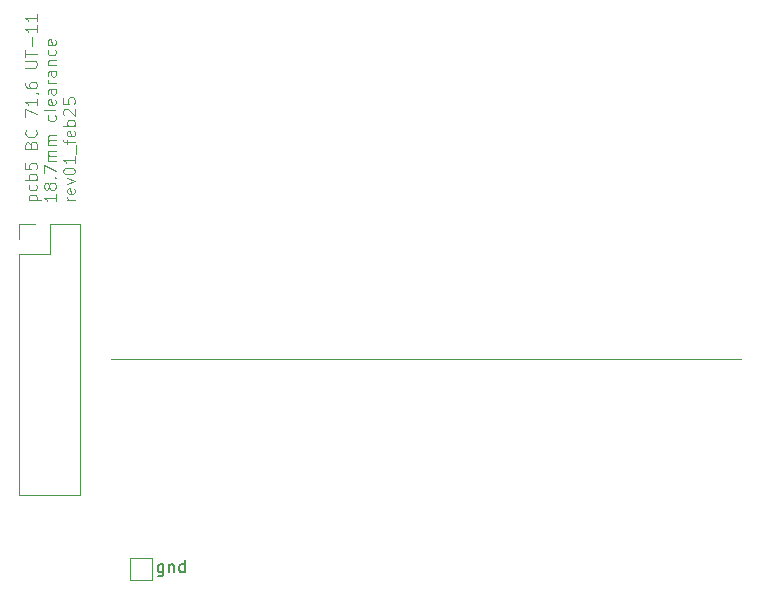
<source format=gto>
G04 #@! TF.GenerationSoftware,KiCad,Pcbnew,8.0.8*
G04 #@! TF.CreationDate,2025-02-19T14:03:04-05:00*
G04 #@! TF.ProjectId,plot_gerbers,706c6f74-5f67-4657-9262-6572732e6b69,rev?*
G04 #@! TF.SameCoordinates,Original*
G04 #@! TF.FileFunction,Legend,Top*
G04 #@! TF.FilePolarity,Positive*
%FSLAX46Y46*%
G04 Gerber Fmt 4.6, Leading zero omitted, Abs format (unit mm)*
G04 Created by KiCad (PCBNEW 8.0.8) date 2025-02-19 14:03:04*
%MOMM*%
%LPD*%
G01*
G04 APERTURE LIST*
%ADD10C,0.100000*%
%ADD11C,0.150000*%
%ADD12C,0.120000*%
%ADD13C,1.700000*%
%ADD14O,1.700000X1.700000*%
%ADD15R,1.500000X1.500000*%
%ADD16R,1.700000X1.700000*%
G04 APERTURE END LIST*
D10*
X117895864Y-90586115D02*
X118895864Y-90586115D01*
X117943483Y-90586115D02*
X117895864Y-90490877D01*
X117895864Y-90490877D02*
X117895864Y-90300401D01*
X117895864Y-90300401D02*
X117943483Y-90205163D01*
X117943483Y-90205163D02*
X117991102Y-90157544D01*
X117991102Y-90157544D02*
X118086340Y-90109925D01*
X118086340Y-90109925D02*
X118372054Y-90109925D01*
X118372054Y-90109925D02*
X118467292Y-90157544D01*
X118467292Y-90157544D02*
X118514912Y-90205163D01*
X118514912Y-90205163D02*
X118562531Y-90300401D01*
X118562531Y-90300401D02*
X118562531Y-90490877D01*
X118562531Y-90490877D02*
X118514912Y-90586115D01*
X118514912Y-89252782D02*
X118562531Y-89348020D01*
X118562531Y-89348020D02*
X118562531Y-89538496D01*
X118562531Y-89538496D02*
X118514912Y-89633734D01*
X118514912Y-89633734D02*
X118467292Y-89681353D01*
X118467292Y-89681353D02*
X118372054Y-89728972D01*
X118372054Y-89728972D02*
X118086340Y-89728972D01*
X118086340Y-89728972D02*
X117991102Y-89681353D01*
X117991102Y-89681353D02*
X117943483Y-89633734D01*
X117943483Y-89633734D02*
X117895864Y-89538496D01*
X117895864Y-89538496D02*
X117895864Y-89348020D01*
X117895864Y-89348020D02*
X117943483Y-89252782D01*
X118562531Y-88824210D02*
X117562531Y-88824210D01*
X117943483Y-88824210D02*
X117895864Y-88728972D01*
X117895864Y-88728972D02*
X117895864Y-88538496D01*
X117895864Y-88538496D02*
X117943483Y-88443258D01*
X117943483Y-88443258D02*
X117991102Y-88395639D01*
X117991102Y-88395639D02*
X118086340Y-88348020D01*
X118086340Y-88348020D02*
X118372054Y-88348020D01*
X118372054Y-88348020D02*
X118467292Y-88395639D01*
X118467292Y-88395639D02*
X118514912Y-88443258D01*
X118514912Y-88443258D02*
X118562531Y-88538496D01*
X118562531Y-88538496D02*
X118562531Y-88728972D01*
X118562531Y-88728972D02*
X118514912Y-88824210D01*
X117562531Y-87443258D02*
X117562531Y-87919448D01*
X117562531Y-87919448D02*
X118038721Y-87967067D01*
X118038721Y-87967067D02*
X117991102Y-87919448D01*
X117991102Y-87919448D02*
X117943483Y-87824210D01*
X117943483Y-87824210D02*
X117943483Y-87586115D01*
X117943483Y-87586115D02*
X117991102Y-87490877D01*
X117991102Y-87490877D02*
X118038721Y-87443258D01*
X118038721Y-87443258D02*
X118133959Y-87395639D01*
X118133959Y-87395639D02*
X118372054Y-87395639D01*
X118372054Y-87395639D02*
X118467292Y-87443258D01*
X118467292Y-87443258D02*
X118514912Y-87490877D01*
X118514912Y-87490877D02*
X118562531Y-87586115D01*
X118562531Y-87586115D02*
X118562531Y-87824210D01*
X118562531Y-87824210D02*
X118514912Y-87919448D01*
X118514912Y-87919448D02*
X118467292Y-87967067D01*
X118038721Y-85871829D02*
X118086340Y-85728972D01*
X118086340Y-85728972D02*
X118133959Y-85681353D01*
X118133959Y-85681353D02*
X118229197Y-85633734D01*
X118229197Y-85633734D02*
X118372054Y-85633734D01*
X118372054Y-85633734D02*
X118467292Y-85681353D01*
X118467292Y-85681353D02*
X118514912Y-85728972D01*
X118514912Y-85728972D02*
X118562531Y-85824210D01*
X118562531Y-85824210D02*
X118562531Y-86205162D01*
X118562531Y-86205162D02*
X117562531Y-86205162D01*
X117562531Y-86205162D02*
X117562531Y-85871829D01*
X117562531Y-85871829D02*
X117610150Y-85776591D01*
X117610150Y-85776591D02*
X117657769Y-85728972D01*
X117657769Y-85728972D02*
X117753007Y-85681353D01*
X117753007Y-85681353D02*
X117848245Y-85681353D01*
X117848245Y-85681353D02*
X117943483Y-85728972D01*
X117943483Y-85728972D02*
X117991102Y-85776591D01*
X117991102Y-85776591D02*
X118038721Y-85871829D01*
X118038721Y-85871829D02*
X118038721Y-86205162D01*
X118467292Y-84633734D02*
X118514912Y-84681353D01*
X118514912Y-84681353D02*
X118562531Y-84824210D01*
X118562531Y-84824210D02*
X118562531Y-84919448D01*
X118562531Y-84919448D02*
X118514912Y-85062305D01*
X118514912Y-85062305D02*
X118419673Y-85157543D01*
X118419673Y-85157543D02*
X118324435Y-85205162D01*
X118324435Y-85205162D02*
X118133959Y-85252781D01*
X118133959Y-85252781D02*
X117991102Y-85252781D01*
X117991102Y-85252781D02*
X117800626Y-85205162D01*
X117800626Y-85205162D02*
X117705388Y-85157543D01*
X117705388Y-85157543D02*
X117610150Y-85062305D01*
X117610150Y-85062305D02*
X117562531Y-84919448D01*
X117562531Y-84919448D02*
X117562531Y-84824210D01*
X117562531Y-84824210D02*
X117610150Y-84681353D01*
X117610150Y-84681353D02*
X117657769Y-84633734D01*
X117562531Y-83538495D02*
X117562531Y-82871829D01*
X117562531Y-82871829D02*
X118562531Y-83300400D01*
X118562531Y-81967067D02*
X118562531Y-82538495D01*
X118562531Y-82252781D02*
X117562531Y-82252781D01*
X117562531Y-82252781D02*
X117705388Y-82348019D01*
X117705388Y-82348019D02*
X117800626Y-82443257D01*
X117800626Y-82443257D02*
X117848245Y-82538495D01*
X118514912Y-81490876D02*
X118562531Y-81490876D01*
X118562531Y-81490876D02*
X118657769Y-81538495D01*
X118657769Y-81538495D02*
X118705388Y-81586114D01*
X117562531Y-80633734D02*
X117562531Y-80824210D01*
X117562531Y-80824210D02*
X117610150Y-80919448D01*
X117610150Y-80919448D02*
X117657769Y-80967067D01*
X117657769Y-80967067D02*
X117800626Y-81062305D01*
X117800626Y-81062305D02*
X117991102Y-81109924D01*
X117991102Y-81109924D02*
X118372054Y-81109924D01*
X118372054Y-81109924D02*
X118467292Y-81062305D01*
X118467292Y-81062305D02*
X118514912Y-81014686D01*
X118514912Y-81014686D02*
X118562531Y-80919448D01*
X118562531Y-80919448D02*
X118562531Y-80728972D01*
X118562531Y-80728972D02*
X118514912Y-80633734D01*
X118514912Y-80633734D02*
X118467292Y-80586115D01*
X118467292Y-80586115D02*
X118372054Y-80538496D01*
X118372054Y-80538496D02*
X118133959Y-80538496D01*
X118133959Y-80538496D02*
X118038721Y-80586115D01*
X118038721Y-80586115D02*
X117991102Y-80633734D01*
X117991102Y-80633734D02*
X117943483Y-80728972D01*
X117943483Y-80728972D02*
X117943483Y-80919448D01*
X117943483Y-80919448D02*
X117991102Y-81014686D01*
X117991102Y-81014686D02*
X118038721Y-81062305D01*
X118038721Y-81062305D02*
X118133959Y-81109924D01*
X117562531Y-79348019D02*
X118372054Y-79348019D01*
X118372054Y-79348019D02*
X118467292Y-79300400D01*
X118467292Y-79300400D02*
X118514912Y-79252781D01*
X118514912Y-79252781D02*
X118562531Y-79157543D01*
X118562531Y-79157543D02*
X118562531Y-78967067D01*
X118562531Y-78967067D02*
X118514912Y-78871829D01*
X118514912Y-78871829D02*
X118467292Y-78824210D01*
X118467292Y-78824210D02*
X118372054Y-78776591D01*
X118372054Y-78776591D02*
X117562531Y-78776591D01*
X117562531Y-78443257D02*
X117562531Y-77871829D01*
X118562531Y-78157543D02*
X117562531Y-78157543D01*
X118181578Y-77538495D02*
X118181578Y-76776591D01*
X118562531Y-75776591D02*
X118562531Y-76348019D01*
X118562531Y-76062305D02*
X117562531Y-76062305D01*
X117562531Y-76062305D02*
X117705388Y-76157543D01*
X117705388Y-76157543D02*
X117800626Y-76252781D01*
X117800626Y-76252781D02*
X117848245Y-76348019D01*
X118562531Y-74824210D02*
X118562531Y-75395638D01*
X118562531Y-75109924D02*
X117562531Y-75109924D01*
X117562531Y-75109924D02*
X117705388Y-75205162D01*
X117705388Y-75205162D02*
X117800626Y-75300400D01*
X117800626Y-75300400D02*
X117848245Y-75395638D01*
X120172475Y-90062306D02*
X120172475Y-90633734D01*
X120172475Y-90348020D02*
X119172475Y-90348020D01*
X119172475Y-90348020D02*
X119315332Y-90443258D01*
X119315332Y-90443258D02*
X119410570Y-90538496D01*
X119410570Y-90538496D02*
X119458189Y-90633734D01*
X119601046Y-89490877D02*
X119553427Y-89586115D01*
X119553427Y-89586115D02*
X119505808Y-89633734D01*
X119505808Y-89633734D02*
X119410570Y-89681353D01*
X119410570Y-89681353D02*
X119362951Y-89681353D01*
X119362951Y-89681353D02*
X119267713Y-89633734D01*
X119267713Y-89633734D02*
X119220094Y-89586115D01*
X119220094Y-89586115D02*
X119172475Y-89490877D01*
X119172475Y-89490877D02*
X119172475Y-89300401D01*
X119172475Y-89300401D02*
X119220094Y-89205163D01*
X119220094Y-89205163D02*
X119267713Y-89157544D01*
X119267713Y-89157544D02*
X119362951Y-89109925D01*
X119362951Y-89109925D02*
X119410570Y-89109925D01*
X119410570Y-89109925D02*
X119505808Y-89157544D01*
X119505808Y-89157544D02*
X119553427Y-89205163D01*
X119553427Y-89205163D02*
X119601046Y-89300401D01*
X119601046Y-89300401D02*
X119601046Y-89490877D01*
X119601046Y-89490877D02*
X119648665Y-89586115D01*
X119648665Y-89586115D02*
X119696284Y-89633734D01*
X119696284Y-89633734D02*
X119791522Y-89681353D01*
X119791522Y-89681353D02*
X119981998Y-89681353D01*
X119981998Y-89681353D02*
X120077236Y-89633734D01*
X120077236Y-89633734D02*
X120124856Y-89586115D01*
X120124856Y-89586115D02*
X120172475Y-89490877D01*
X120172475Y-89490877D02*
X120172475Y-89300401D01*
X120172475Y-89300401D02*
X120124856Y-89205163D01*
X120124856Y-89205163D02*
X120077236Y-89157544D01*
X120077236Y-89157544D02*
X119981998Y-89109925D01*
X119981998Y-89109925D02*
X119791522Y-89109925D01*
X119791522Y-89109925D02*
X119696284Y-89157544D01*
X119696284Y-89157544D02*
X119648665Y-89205163D01*
X119648665Y-89205163D02*
X119601046Y-89300401D01*
X120077236Y-88681353D02*
X120124856Y-88633734D01*
X120124856Y-88633734D02*
X120172475Y-88681353D01*
X120172475Y-88681353D02*
X120124856Y-88728972D01*
X120124856Y-88728972D02*
X120077236Y-88681353D01*
X120077236Y-88681353D02*
X120172475Y-88681353D01*
X119172475Y-88300401D02*
X119172475Y-87633735D01*
X119172475Y-87633735D02*
X120172475Y-88062306D01*
X120172475Y-87252782D02*
X119505808Y-87252782D01*
X119601046Y-87252782D02*
X119553427Y-87205163D01*
X119553427Y-87205163D02*
X119505808Y-87109925D01*
X119505808Y-87109925D02*
X119505808Y-86967068D01*
X119505808Y-86967068D02*
X119553427Y-86871830D01*
X119553427Y-86871830D02*
X119648665Y-86824211D01*
X119648665Y-86824211D02*
X120172475Y-86824211D01*
X119648665Y-86824211D02*
X119553427Y-86776592D01*
X119553427Y-86776592D02*
X119505808Y-86681354D01*
X119505808Y-86681354D02*
X119505808Y-86538497D01*
X119505808Y-86538497D02*
X119553427Y-86443258D01*
X119553427Y-86443258D02*
X119648665Y-86395639D01*
X119648665Y-86395639D02*
X120172475Y-86395639D01*
X120172475Y-85919449D02*
X119505808Y-85919449D01*
X119601046Y-85919449D02*
X119553427Y-85871830D01*
X119553427Y-85871830D02*
X119505808Y-85776592D01*
X119505808Y-85776592D02*
X119505808Y-85633735D01*
X119505808Y-85633735D02*
X119553427Y-85538497D01*
X119553427Y-85538497D02*
X119648665Y-85490878D01*
X119648665Y-85490878D02*
X120172475Y-85490878D01*
X119648665Y-85490878D02*
X119553427Y-85443259D01*
X119553427Y-85443259D02*
X119505808Y-85348021D01*
X119505808Y-85348021D02*
X119505808Y-85205164D01*
X119505808Y-85205164D02*
X119553427Y-85109925D01*
X119553427Y-85109925D02*
X119648665Y-85062306D01*
X119648665Y-85062306D02*
X120172475Y-85062306D01*
X120124856Y-83395640D02*
X120172475Y-83490878D01*
X120172475Y-83490878D02*
X120172475Y-83681354D01*
X120172475Y-83681354D02*
X120124856Y-83776592D01*
X120124856Y-83776592D02*
X120077236Y-83824211D01*
X120077236Y-83824211D02*
X119981998Y-83871830D01*
X119981998Y-83871830D02*
X119696284Y-83871830D01*
X119696284Y-83871830D02*
X119601046Y-83824211D01*
X119601046Y-83824211D02*
X119553427Y-83776592D01*
X119553427Y-83776592D02*
X119505808Y-83681354D01*
X119505808Y-83681354D02*
X119505808Y-83490878D01*
X119505808Y-83490878D02*
X119553427Y-83395640D01*
X120172475Y-82824211D02*
X120124856Y-82919449D01*
X120124856Y-82919449D02*
X120029617Y-82967068D01*
X120029617Y-82967068D02*
X119172475Y-82967068D01*
X120124856Y-82062306D02*
X120172475Y-82157544D01*
X120172475Y-82157544D02*
X120172475Y-82348020D01*
X120172475Y-82348020D02*
X120124856Y-82443258D01*
X120124856Y-82443258D02*
X120029617Y-82490877D01*
X120029617Y-82490877D02*
X119648665Y-82490877D01*
X119648665Y-82490877D02*
X119553427Y-82443258D01*
X119553427Y-82443258D02*
X119505808Y-82348020D01*
X119505808Y-82348020D02*
X119505808Y-82157544D01*
X119505808Y-82157544D02*
X119553427Y-82062306D01*
X119553427Y-82062306D02*
X119648665Y-82014687D01*
X119648665Y-82014687D02*
X119743903Y-82014687D01*
X119743903Y-82014687D02*
X119839141Y-82490877D01*
X120172475Y-81157544D02*
X119648665Y-81157544D01*
X119648665Y-81157544D02*
X119553427Y-81205163D01*
X119553427Y-81205163D02*
X119505808Y-81300401D01*
X119505808Y-81300401D02*
X119505808Y-81490877D01*
X119505808Y-81490877D02*
X119553427Y-81586115D01*
X120124856Y-81157544D02*
X120172475Y-81252782D01*
X120172475Y-81252782D02*
X120172475Y-81490877D01*
X120172475Y-81490877D02*
X120124856Y-81586115D01*
X120124856Y-81586115D02*
X120029617Y-81633734D01*
X120029617Y-81633734D02*
X119934379Y-81633734D01*
X119934379Y-81633734D02*
X119839141Y-81586115D01*
X119839141Y-81586115D02*
X119791522Y-81490877D01*
X119791522Y-81490877D02*
X119791522Y-81252782D01*
X119791522Y-81252782D02*
X119743903Y-81157544D01*
X120172475Y-80681353D02*
X119505808Y-80681353D01*
X119696284Y-80681353D02*
X119601046Y-80633734D01*
X119601046Y-80633734D02*
X119553427Y-80586115D01*
X119553427Y-80586115D02*
X119505808Y-80490877D01*
X119505808Y-80490877D02*
X119505808Y-80395639D01*
X120172475Y-79633734D02*
X119648665Y-79633734D01*
X119648665Y-79633734D02*
X119553427Y-79681353D01*
X119553427Y-79681353D02*
X119505808Y-79776591D01*
X119505808Y-79776591D02*
X119505808Y-79967067D01*
X119505808Y-79967067D02*
X119553427Y-80062305D01*
X120124856Y-79633734D02*
X120172475Y-79728972D01*
X120172475Y-79728972D02*
X120172475Y-79967067D01*
X120172475Y-79967067D02*
X120124856Y-80062305D01*
X120124856Y-80062305D02*
X120029617Y-80109924D01*
X120029617Y-80109924D02*
X119934379Y-80109924D01*
X119934379Y-80109924D02*
X119839141Y-80062305D01*
X119839141Y-80062305D02*
X119791522Y-79967067D01*
X119791522Y-79967067D02*
X119791522Y-79728972D01*
X119791522Y-79728972D02*
X119743903Y-79633734D01*
X119505808Y-79157543D02*
X120172475Y-79157543D01*
X119601046Y-79157543D02*
X119553427Y-79109924D01*
X119553427Y-79109924D02*
X119505808Y-79014686D01*
X119505808Y-79014686D02*
X119505808Y-78871829D01*
X119505808Y-78871829D02*
X119553427Y-78776591D01*
X119553427Y-78776591D02*
X119648665Y-78728972D01*
X119648665Y-78728972D02*
X120172475Y-78728972D01*
X120124856Y-77824210D02*
X120172475Y-77919448D01*
X120172475Y-77919448D02*
X120172475Y-78109924D01*
X120172475Y-78109924D02*
X120124856Y-78205162D01*
X120124856Y-78205162D02*
X120077236Y-78252781D01*
X120077236Y-78252781D02*
X119981998Y-78300400D01*
X119981998Y-78300400D02*
X119696284Y-78300400D01*
X119696284Y-78300400D02*
X119601046Y-78252781D01*
X119601046Y-78252781D02*
X119553427Y-78205162D01*
X119553427Y-78205162D02*
X119505808Y-78109924D01*
X119505808Y-78109924D02*
X119505808Y-77919448D01*
X119505808Y-77919448D02*
X119553427Y-77824210D01*
X120124856Y-77014686D02*
X120172475Y-77109924D01*
X120172475Y-77109924D02*
X120172475Y-77300400D01*
X120172475Y-77300400D02*
X120124856Y-77395638D01*
X120124856Y-77395638D02*
X120029617Y-77443257D01*
X120029617Y-77443257D02*
X119648665Y-77443257D01*
X119648665Y-77443257D02*
X119553427Y-77395638D01*
X119553427Y-77395638D02*
X119505808Y-77300400D01*
X119505808Y-77300400D02*
X119505808Y-77109924D01*
X119505808Y-77109924D02*
X119553427Y-77014686D01*
X119553427Y-77014686D02*
X119648665Y-76967067D01*
X119648665Y-76967067D02*
X119743903Y-76967067D01*
X119743903Y-76967067D02*
X119839141Y-77443257D01*
X121782419Y-90586115D02*
X121115752Y-90586115D01*
X121306228Y-90586115D02*
X121210990Y-90538496D01*
X121210990Y-90538496D02*
X121163371Y-90490877D01*
X121163371Y-90490877D02*
X121115752Y-90395639D01*
X121115752Y-90395639D02*
X121115752Y-90300401D01*
X121734800Y-89586115D02*
X121782419Y-89681353D01*
X121782419Y-89681353D02*
X121782419Y-89871829D01*
X121782419Y-89871829D02*
X121734800Y-89967067D01*
X121734800Y-89967067D02*
X121639561Y-90014686D01*
X121639561Y-90014686D02*
X121258609Y-90014686D01*
X121258609Y-90014686D02*
X121163371Y-89967067D01*
X121163371Y-89967067D02*
X121115752Y-89871829D01*
X121115752Y-89871829D02*
X121115752Y-89681353D01*
X121115752Y-89681353D02*
X121163371Y-89586115D01*
X121163371Y-89586115D02*
X121258609Y-89538496D01*
X121258609Y-89538496D02*
X121353847Y-89538496D01*
X121353847Y-89538496D02*
X121449085Y-90014686D01*
X121115752Y-89205162D02*
X121782419Y-88967067D01*
X121782419Y-88967067D02*
X121115752Y-88728972D01*
X120782419Y-88157543D02*
X120782419Y-88062305D01*
X120782419Y-88062305D02*
X120830038Y-87967067D01*
X120830038Y-87967067D02*
X120877657Y-87919448D01*
X120877657Y-87919448D02*
X120972895Y-87871829D01*
X120972895Y-87871829D02*
X121163371Y-87824210D01*
X121163371Y-87824210D02*
X121401466Y-87824210D01*
X121401466Y-87824210D02*
X121591942Y-87871829D01*
X121591942Y-87871829D02*
X121687180Y-87919448D01*
X121687180Y-87919448D02*
X121734800Y-87967067D01*
X121734800Y-87967067D02*
X121782419Y-88062305D01*
X121782419Y-88062305D02*
X121782419Y-88157543D01*
X121782419Y-88157543D02*
X121734800Y-88252781D01*
X121734800Y-88252781D02*
X121687180Y-88300400D01*
X121687180Y-88300400D02*
X121591942Y-88348019D01*
X121591942Y-88348019D02*
X121401466Y-88395638D01*
X121401466Y-88395638D02*
X121163371Y-88395638D01*
X121163371Y-88395638D02*
X120972895Y-88348019D01*
X120972895Y-88348019D02*
X120877657Y-88300400D01*
X120877657Y-88300400D02*
X120830038Y-88252781D01*
X120830038Y-88252781D02*
X120782419Y-88157543D01*
X121782419Y-86871829D02*
X121782419Y-87443257D01*
X121782419Y-87157543D02*
X120782419Y-87157543D01*
X120782419Y-87157543D02*
X120925276Y-87252781D01*
X120925276Y-87252781D02*
X121020514Y-87348019D01*
X121020514Y-87348019D02*
X121068133Y-87443257D01*
X121877657Y-86681353D02*
X121877657Y-85919448D01*
X121115752Y-85824209D02*
X121115752Y-85443257D01*
X121782419Y-85681352D02*
X120925276Y-85681352D01*
X120925276Y-85681352D02*
X120830038Y-85633733D01*
X120830038Y-85633733D02*
X120782419Y-85538495D01*
X120782419Y-85538495D02*
X120782419Y-85443257D01*
X121734800Y-84728971D02*
X121782419Y-84824209D01*
X121782419Y-84824209D02*
X121782419Y-85014685D01*
X121782419Y-85014685D02*
X121734800Y-85109923D01*
X121734800Y-85109923D02*
X121639561Y-85157542D01*
X121639561Y-85157542D02*
X121258609Y-85157542D01*
X121258609Y-85157542D02*
X121163371Y-85109923D01*
X121163371Y-85109923D02*
X121115752Y-85014685D01*
X121115752Y-85014685D02*
X121115752Y-84824209D01*
X121115752Y-84824209D02*
X121163371Y-84728971D01*
X121163371Y-84728971D02*
X121258609Y-84681352D01*
X121258609Y-84681352D02*
X121353847Y-84681352D01*
X121353847Y-84681352D02*
X121449085Y-85157542D01*
X121782419Y-84252780D02*
X120782419Y-84252780D01*
X121163371Y-84252780D02*
X121115752Y-84157542D01*
X121115752Y-84157542D02*
X121115752Y-83967066D01*
X121115752Y-83967066D02*
X121163371Y-83871828D01*
X121163371Y-83871828D02*
X121210990Y-83824209D01*
X121210990Y-83824209D02*
X121306228Y-83776590D01*
X121306228Y-83776590D02*
X121591942Y-83776590D01*
X121591942Y-83776590D02*
X121687180Y-83824209D01*
X121687180Y-83824209D02*
X121734800Y-83871828D01*
X121734800Y-83871828D02*
X121782419Y-83967066D01*
X121782419Y-83967066D02*
X121782419Y-84157542D01*
X121782419Y-84157542D02*
X121734800Y-84252780D01*
X120877657Y-83395637D02*
X120830038Y-83348018D01*
X120830038Y-83348018D02*
X120782419Y-83252780D01*
X120782419Y-83252780D02*
X120782419Y-83014685D01*
X120782419Y-83014685D02*
X120830038Y-82919447D01*
X120830038Y-82919447D02*
X120877657Y-82871828D01*
X120877657Y-82871828D02*
X120972895Y-82824209D01*
X120972895Y-82824209D02*
X121068133Y-82824209D01*
X121068133Y-82824209D02*
X121210990Y-82871828D01*
X121210990Y-82871828D02*
X121782419Y-83443256D01*
X121782419Y-83443256D02*
X121782419Y-82824209D01*
X120782419Y-81919447D02*
X120782419Y-82395637D01*
X120782419Y-82395637D02*
X121258609Y-82443256D01*
X121258609Y-82443256D02*
X121210990Y-82395637D01*
X121210990Y-82395637D02*
X121163371Y-82300399D01*
X121163371Y-82300399D02*
X121163371Y-82062304D01*
X121163371Y-82062304D02*
X121210990Y-81967066D01*
X121210990Y-81967066D02*
X121258609Y-81919447D01*
X121258609Y-81919447D02*
X121353847Y-81871828D01*
X121353847Y-81871828D02*
X121591942Y-81871828D01*
X121591942Y-81871828D02*
X121687180Y-81919447D01*
X121687180Y-81919447D02*
X121734800Y-81967066D01*
X121734800Y-81967066D02*
X121782419Y-82062304D01*
X121782419Y-82062304D02*
X121782419Y-82300399D01*
X121782419Y-82300399D02*
X121734800Y-82395637D01*
X121734800Y-82395637D02*
X121687180Y-82443256D01*
D11*
X129279523Y-121398152D02*
X129279523Y-122207676D01*
X129279523Y-122207676D02*
X129231904Y-122302914D01*
X129231904Y-122302914D02*
X129184285Y-122350533D01*
X129184285Y-122350533D02*
X129089047Y-122398152D01*
X129089047Y-122398152D02*
X128946190Y-122398152D01*
X128946190Y-122398152D02*
X128850952Y-122350533D01*
X129279523Y-122017200D02*
X129184285Y-122064819D01*
X129184285Y-122064819D02*
X128993809Y-122064819D01*
X128993809Y-122064819D02*
X128898571Y-122017200D01*
X128898571Y-122017200D02*
X128850952Y-121969580D01*
X128850952Y-121969580D02*
X128803333Y-121874342D01*
X128803333Y-121874342D02*
X128803333Y-121588628D01*
X128803333Y-121588628D02*
X128850952Y-121493390D01*
X128850952Y-121493390D02*
X128898571Y-121445771D01*
X128898571Y-121445771D02*
X128993809Y-121398152D01*
X128993809Y-121398152D02*
X129184285Y-121398152D01*
X129184285Y-121398152D02*
X129279523Y-121445771D01*
X129755714Y-121398152D02*
X129755714Y-122064819D01*
X129755714Y-121493390D02*
X129803333Y-121445771D01*
X129803333Y-121445771D02*
X129898571Y-121398152D01*
X129898571Y-121398152D02*
X130041428Y-121398152D01*
X130041428Y-121398152D02*
X130136666Y-121445771D01*
X130136666Y-121445771D02*
X130184285Y-121541009D01*
X130184285Y-121541009D02*
X130184285Y-122064819D01*
X131089047Y-122064819D02*
X131089047Y-121064819D01*
X131089047Y-122017200D02*
X130993809Y-122064819D01*
X130993809Y-122064819D02*
X130803333Y-122064819D01*
X130803333Y-122064819D02*
X130708095Y-122017200D01*
X130708095Y-122017200D02*
X130660476Y-121969580D01*
X130660476Y-121969580D02*
X130612857Y-121874342D01*
X130612857Y-121874342D02*
X130612857Y-121588628D01*
X130612857Y-121588628D02*
X130660476Y-121493390D01*
X130660476Y-121493390D02*
X130708095Y-121445771D01*
X130708095Y-121445771D02*
X130803333Y-121398152D01*
X130803333Y-121398152D02*
X130993809Y-121398152D01*
X130993809Y-121398152D02*
X131089047Y-121445771D01*
D12*
X178160000Y-104030000D02*
X124820000Y-104030000D01*
X126460000Y-120840000D02*
X128360000Y-120840000D01*
X126460000Y-122740000D02*
X126460000Y-120840000D01*
X128360000Y-120840000D02*
X128360000Y-122740000D01*
X128360000Y-122740000D02*
X126460000Y-122740000D01*
X117040000Y-92550000D02*
X118370000Y-92550000D01*
X117040000Y-93880000D02*
X117040000Y-92550000D01*
X117040000Y-95150000D02*
X117040000Y-115530000D01*
X117040000Y-95150000D02*
X119640000Y-95150000D01*
X117040000Y-115530000D02*
X122240000Y-115530000D01*
X119640000Y-92550000D02*
X122240000Y-92550000D01*
X119640000Y-95150000D02*
X119640000Y-92550000D01*
X122240000Y-92550000D02*
X122240000Y-115530000D01*
%LPC*%
D13*
X175620000Y-88790000D03*
X175620000Y-91330000D03*
X175620000Y-93870000D03*
X175620000Y-96410000D03*
X175620000Y-98950000D03*
X175620000Y-101490000D03*
D14*
X173080000Y-88790000D03*
X173080000Y-91330000D03*
X173080000Y-93870000D03*
X173080000Y-96410000D03*
X173080000Y-98950000D03*
X173080000Y-101490000D03*
X170540000Y-88790000D03*
X170540000Y-91330000D03*
X170540000Y-93870000D03*
X170540000Y-96410000D03*
X170540000Y-98950000D03*
X170540000Y-101490000D03*
X168000000Y-88790000D03*
X168000000Y-91330000D03*
X168000000Y-93870000D03*
X168000000Y-96410000D03*
X168000000Y-98950000D03*
X168000000Y-101490000D03*
X165460000Y-88790000D03*
X165460000Y-91330000D03*
X165460000Y-93870000D03*
X165460000Y-96410000D03*
X165460000Y-98950000D03*
X165460000Y-101490000D03*
X162920000Y-88790000D03*
X162920000Y-91330000D03*
X162920000Y-93870000D03*
X162920000Y-96410000D03*
X162920000Y-98950000D03*
X162920000Y-101490000D03*
X160380000Y-88790000D03*
X160380000Y-91330000D03*
X160380000Y-93870000D03*
X160380000Y-96410000D03*
X160380000Y-98950000D03*
X160380000Y-101490000D03*
X157840000Y-88790000D03*
X157840000Y-91330000D03*
X157840000Y-93870000D03*
X157840000Y-96410000D03*
X157840000Y-98950000D03*
X157840000Y-101490000D03*
X155300000Y-88790000D03*
X155300000Y-91330000D03*
X155300000Y-93870000D03*
X155300000Y-96410000D03*
X155300000Y-98950000D03*
X155300000Y-101490000D03*
X152760000Y-88790000D03*
X152760000Y-91330000D03*
X152760000Y-93870000D03*
X152760000Y-96410000D03*
X152760000Y-98950000D03*
X152760000Y-101490000D03*
X150220000Y-88790000D03*
X150220000Y-91330000D03*
X150220000Y-93870000D03*
X150220000Y-96410000D03*
X150220000Y-98950000D03*
X150220000Y-101490000D03*
X147680000Y-88790000D03*
X147680000Y-91330000D03*
X147680000Y-93870000D03*
X147680000Y-96410000D03*
X147680000Y-98950000D03*
X147680000Y-101490000D03*
X145140000Y-88790000D03*
X145140000Y-91330000D03*
X145140000Y-93870000D03*
X145140000Y-96410000D03*
X145140000Y-98950000D03*
X145140000Y-101490000D03*
X142600000Y-88790000D03*
X142600000Y-91330000D03*
X142600000Y-93870000D03*
X142600000Y-96410000D03*
X142600000Y-98950000D03*
X142600000Y-101490000D03*
X140060000Y-88790000D03*
X140060000Y-91330000D03*
X140060000Y-93870000D03*
X140060000Y-96410000D03*
X140060000Y-98950000D03*
X140060000Y-101490000D03*
X137520000Y-88790000D03*
X137520000Y-91330000D03*
X137520000Y-93870000D03*
X137520000Y-96410000D03*
X137520000Y-98950000D03*
X137520000Y-101490000D03*
X134980000Y-88790000D03*
X134980000Y-91330000D03*
X134980000Y-93870000D03*
X134980000Y-96410000D03*
X134980000Y-98950000D03*
X134980000Y-101490000D03*
X132440000Y-88790000D03*
X132440000Y-91330000D03*
X132440000Y-93870000D03*
X132440000Y-96410000D03*
X132440000Y-98950000D03*
X132440000Y-101490000D03*
X129900000Y-88790000D03*
X129900000Y-91330000D03*
X129900000Y-93870000D03*
X129900000Y-96410000D03*
X129900000Y-98950000D03*
X129900000Y-101490000D03*
X127360000Y-88790000D03*
X127360000Y-91330000D03*
X127360000Y-93870000D03*
X127360000Y-96410000D03*
X127360000Y-98950000D03*
X127360000Y-101490000D03*
D13*
X175620000Y-106570000D03*
X175620000Y-109110000D03*
X175620000Y-111650000D03*
X175620000Y-114190000D03*
X175620000Y-116730000D03*
X175620000Y-119270000D03*
D14*
X173080000Y-106570000D03*
X173080000Y-109110000D03*
X173080000Y-111650000D03*
X173080000Y-114190000D03*
X173080000Y-116730000D03*
X173080000Y-119270000D03*
X170540000Y-106570000D03*
X170540000Y-109110000D03*
X170540000Y-111650000D03*
X170540000Y-114190000D03*
X170540000Y-116730000D03*
X170540000Y-119270000D03*
X168000000Y-106570000D03*
X168000000Y-109110000D03*
X168000000Y-111650000D03*
X168000000Y-114190000D03*
X168000000Y-116730000D03*
X168000000Y-119270000D03*
X165460000Y-106570000D03*
X165460000Y-109110000D03*
X165460000Y-111650000D03*
X165460000Y-114190000D03*
X165460000Y-116730000D03*
X165460000Y-119270000D03*
X162920000Y-106570000D03*
X162920000Y-109110000D03*
X162920000Y-111650000D03*
X162920000Y-114190000D03*
X162920000Y-116730000D03*
X162920000Y-119270000D03*
X160380000Y-106570000D03*
X160380000Y-109110000D03*
X160380000Y-111650000D03*
X160380000Y-114190000D03*
X160380000Y-116730000D03*
X160380000Y-119270000D03*
X157840000Y-106570000D03*
X157840000Y-109110000D03*
X157840000Y-111650000D03*
X157840000Y-114190000D03*
X157840000Y-116730000D03*
X157840000Y-119270000D03*
X155300000Y-106570000D03*
X155300000Y-109110000D03*
X155300000Y-111650000D03*
X155300000Y-114190000D03*
X155300000Y-116730000D03*
X155300000Y-119270000D03*
X152760000Y-106570000D03*
X152760000Y-109110000D03*
X152760000Y-111650000D03*
X152760000Y-114190000D03*
X152760000Y-116730000D03*
X152760000Y-119270000D03*
X150220000Y-106570000D03*
X150220000Y-109110000D03*
X150220000Y-111650000D03*
X150220000Y-114190000D03*
X150220000Y-116730000D03*
X150220000Y-119270000D03*
X147680000Y-106570000D03*
X147680000Y-109110000D03*
X147680000Y-111650000D03*
X147680000Y-114190000D03*
X147680000Y-116730000D03*
X147680000Y-119270000D03*
X145140000Y-106570000D03*
X145140000Y-109110000D03*
X145140000Y-111650000D03*
X145140000Y-114190000D03*
X145140000Y-116730000D03*
X145140000Y-119270000D03*
X142600000Y-106570000D03*
X142600000Y-109110000D03*
X142600000Y-111650000D03*
X142600000Y-114190000D03*
X142600000Y-116730000D03*
X142600000Y-119270000D03*
X140060000Y-106570000D03*
X140060000Y-109110000D03*
X140060000Y-111650000D03*
X140060000Y-114190000D03*
X140060000Y-116730000D03*
X140060000Y-119270000D03*
X137520000Y-106570000D03*
X137520000Y-109110000D03*
X137520000Y-111650000D03*
X137520000Y-114190000D03*
X137520000Y-116730000D03*
X137520000Y-119270000D03*
X134980000Y-106570000D03*
X134980000Y-109110000D03*
X134980000Y-111650000D03*
X134980000Y-114190000D03*
X134980000Y-116730000D03*
X134980000Y-119270000D03*
X132440000Y-106570000D03*
X132440000Y-109110000D03*
X132440000Y-111650000D03*
X132440000Y-114190000D03*
X132440000Y-116730000D03*
X132440000Y-119270000D03*
X129900000Y-106570000D03*
X129900000Y-109110000D03*
X129900000Y-111650000D03*
X129900000Y-114190000D03*
X129900000Y-116730000D03*
X129900000Y-119270000D03*
X127360000Y-106570000D03*
X127360000Y-109110000D03*
X127360000Y-111650000D03*
X127360000Y-114190000D03*
X127360000Y-116730000D03*
X127360000Y-119270000D03*
D15*
X127410000Y-121790000D03*
D13*
X127360000Y-131840000D03*
X127360000Y-129300000D03*
X127360000Y-126760000D03*
X127360000Y-124220000D03*
D14*
X129900000Y-131840000D03*
X129900000Y-129300000D03*
X129900000Y-126760000D03*
X129900000Y-124220000D03*
X132440000Y-131840000D03*
X132440000Y-129300000D03*
X132440000Y-126760000D03*
X132440000Y-124220000D03*
X134980000Y-131840000D03*
X134980000Y-129300000D03*
X134980000Y-126760000D03*
X134980000Y-124220000D03*
X137520000Y-131840000D03*
X137520000Y-129300000D03*
X137520000Y-126760000D03*
X137520000Y-124220000D03*
X140060000Y-131840000D03*
X140060000Y-129300000D03*
X140060000Y-126760000D03*
X140060000Y-124220000D03*
X142600000Y-131840000D03*
X142600000Y-129300000D03*
X142600000Y-126760000D03*
X142600000Y-124220000D03*
X145140000Y-131840000D03*
X145140000Y-129300000D03*
X145140000Y-126760000D03*
X145140000Y-124220000D03*
X147680000Y-131840000D03*
X147680000Y-129300000D03*
X147680000Y-126760000D03*
X147680000Y-124220000D03*
X150220000Y-131840000D03*
X150220000Y-129300000D03*
X150220000Y-126760000D03*
X150220000Y-124220000D03*
X152760000Y-131840000D03*
X152760000Y-129300000D03*
X152760000Y-126760000D03*
X152760000Y-124220000D03*
X155300000Y-131840000D03*
X155300000Y-129300000D03*
X155300000Y-126760000D03*
X155300000Y-124220000D03*
X157840000Y-131840000D03*
X157840000Y-129300000D03*
X157840000Y-126760000D03*
X157840000Y-124220000D03*
X160380000Y-131840000D03*
X160380000Y-129300000D03*
X160380000Y-126760000D03*
X160380000Y-124220000D03*
X162920000Y-131840000D03*
X162920000Y-129300000D03*
X162920000Y-126760000D03*
X162920000Y-124220000D03*
X165460000Y-131840000D03*
X165460000Y-129300000D03*
X165460000Y-126760000D03*
X165460000Y-124220000D03*
X168000000Y-131840000D03*
X168000000Y-129300000D03*
X168000000Y-126760000D03*
X168000000Y-124220000D03*
X170540000Y-131840000D03*
X170540000Y-129300000D03*
X170540000Y-126760000D03*
X170540000Y-124220000D03*
X173080000Y-131840000D03*
X173080000Y-129300000D03*
X173080000Y-126760000D03*
X173080000Y-124220000D03*
X175620000Y-131840000D03*
X175620000Y-129300000D03*
X175620000Y-126760000D03*
X175620000Y-124220000D03*
D13*
X127360000Y-83840000D03*
X127360000Y-81300000D03*
X127360000Y-78760000D03*
X127360000Y-76220000D03*
D14*
X129900000Y-83840000D03*
X129900000Y-81300000D03*
X129900000Y-78760000D03*
X129900000Y-76220000D03*
X132440000Y-83840000D03*
X132440000Y-81300000D03*
X132440000Y-78760000D03*
X132440000Y-76220000D03*
X134980000Y-83840000D03*
X134980000Y-81300000D03*
X134980000Y-78760000D03*
X134980000Y-76220000D03*
X137520000Y-83840000D03*
X137520000Y-81300000D03*
X137520000Y-78760000D03*
X137520000Y-76220000D03*
X140060000Y-83840000D03*
X140060000Y-81300000D03*
X140060000Y-78760000D03*
X140060000Y-76220000D03*
X142600000Y-83840000D03*
X142600000Y-81300000D03*
X142600000Y-78760000D03*
X142600000Y-76220000D03*
X145140000Y-83840000D03*
X145140000Y-81300000D03*
X145140000Y-78760000D03*
X145140000Y-76220000D03*
X147680000Y-83840000D03*
X147680000Y-81300000D03*
X147680000Y-78760000D03*
X147680000Y-76220000D03*
X150220000Y-83840000D03*
X150220000Y-81300000D03*
X150220000Y-78760000D03*
X150220000Y-76220000D03*
X152760000Y-83840000D03*
X152760000Y-81300000D03*
X152760000Y-78760000D03*
X152760000Y-76220000D03*
X155300000Y-83840000D03*
X155300000Y-81300000D03*
X155300000Y-78760000D03*
X155300000Y-76220000D03*
X157840000Y-83840000D03*
X157840000Y-81300000D03*
X157840000Y-78760000D03*
X157840000Y-76220000D03*
X160380000Y-83840000D03*
X160380000Y-81300000D03*
X160380000Y-78760000D03*
X160380000Y-76220000D03*
X162920000Y-83840000D03*
X162920000Y-81300000D03*
X162920000Y-78760000D03*
X162920000Y-76220000D03*
X165460000Y-83840000D03*
X165460000Y-81300000D03*
X165460000Y-78760000D03*
X165460000Y-76220000D03*
X168000000Y-83840000D03*
X168000000Y-81300000D03*
X168000000Y-78760000D03*
X168000000Y-76220000D03*
X170540000Y-83840000D03*
X170540000Y-81300000D03*
X170540000Y-78760000D03*
X170540000Y-76220000D03*
X173080000Y-83840000D03*
X173080000Y-81300000D03*
X173080000Y-78760000D03*
X173080000Y-76220000D03*
X175620000Y-83840000D03*
X175620000Y-81300000D03*
X175620000Y-78760000D03*
X175620000Y-76220000D03*
D16*
X118370000Y-93880000D03*
D14*
X120910000Y-93880000D03*
X118370000Y-96420000D03*
X120910000Y-96420000D03*
X118370000Y-98960000D03*
X120910000Y-98960000D03*
X118370000Y-101500000D03*
X120910000Y-101500000D03*
X118370000Y-104040000D03*
X120910000Y-104040000D03*
X118370000Y-106580000D03*
X120910000Y-106580000D03*
X118370000Y-109120000D03*
X120910000Y-109120000D03*
X118370000Y-111660000D03*
X120910000Y-111660000D03*
X118370000Y-114200000D03*
X120910000Y-114200000D03*
%LPD*%
M02*

</source>
